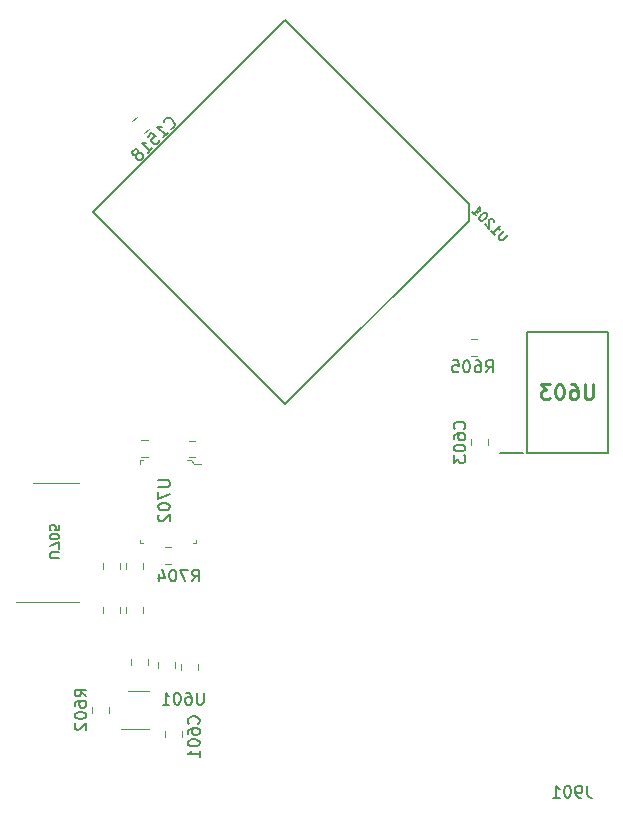
<source format=gbr>
%TF.GenerationSoftware,KiCad,Pcbnew,(5.1.6)-1*%
%TF.CreationDate,2020-12-21T13:22:22+01:00*%
%TF.ProjectId,PCB-Drone-With-FPGA,5043422d-4472-46f6-9e65-2d576974682d,rev?*%
%TF.SameCoordinates,Original*%
%TF.FileFunction,Legend,Bot*%
%TF.FilePolarity,Positive*%
%FSLAX46Y46*%
G04 Gerber Fmt 4.6, Leading zero omitted, Abs format (unit mm)*
G04 Created by KiCad (PCBNEW (5.1.6)-1) date 2020-12-21 13:22:22*
%MOMM*%
%LPD*%
G01*
G04 APERTURE LIST*
%ADD10C,0.200000*%
%ADD11C,0.120000*%
%ADD12C,0.100000*%
%ADD13C,0.254000*%
%ADD14C,0.150000*%
%ADD15C,0.160000*%
G04 APERTURE END LIST*
D10*
%TO.C,U603*%
X148200000Y-107395000D02*
X150125000Y-107395000D01*
X150475000Y-97100000D02*
X150475000Y-107400000D01*
X157275000Y-97100000D02*
X150475000Y-97100000D01*
X157275000Y-107400000D02*
X157275000Y-97100000D01*
X150475000Y-107400000D02*
X157275000Y-107400000D01*
D11*
%TO.C,C1518*%
X117048025Y-79307883D02*
X117413709Y-78942199D01*
X118052117Y-80311975D02*
X118417801Y-79946291D01*
%TO.C,R605*%
X146226252Y-99160000D02*
X145703748Y-99160000D01*
X146226252Y-97740000D02*
X145703748Y-97740000D01*
%TO.C,U601*%
X118490000Y-130740000D02*
X116040000Y-130740000D01*
X116690000Y-127520000D02*
X118490000Y-127520000D01*
%TO.C,R604*%
X122600000Y-125268748D02*
X122600000Y-125791252D01*
X121180000Y-125268748D02*
X121180000Y-125791252D01*
%TO.C,R603*%
X118340000Y-124848748D02*
X118340000Y-125371252D01*
X116920000Y-124848748D02*
X116920000Y-125371252D01*
%TO.C,R602*%
X115060000Y-128868748D02*
X115060000Y-129391252D01*
X113640000Y-128868748D02*
X113640000Y-129391252D01*
%TO.C,R601*%
X120650000Y-125043748D02*
X120650000Y-125566252D01*
X119230000Y-125043748D02*
X119230000Y-125566252D01*
%TO.C,C603*%
X145730000Y-106203748D02*
X145730000Y-106726252D01*
X147150000Y-106203748D02*
X147150000Y-106726252D01*
%TO.C,C601*%
X121240000Y-130913748D02*
X121240000Y-131436252D01*
X119820000Y-130913748D02*
X119820000Y-131436252D01*
%TO.C,R704*%
X120301252Y-115340000D02*
X119778748Y-115340000D01*
X120301252Y-116760000D02*
X119778748Y-116760000D01*
%TO.C,C718*%
X116015000Y-117216252D02*
X116015000Y-116693748D01*
X114595000Y-117216252D02*
X114595000Y-116693748D01*
%TO.C,C717*%
X117915000Y-117216252D02*
X117915000Y-116693748D01*
X116495000Y-117216252D02*
X116495000Y-116693748D01*
%TO.C,C715*%
X114595000Y-120418748D02*
X114595000Y-120941252D01*
X116015000Y-120418748D02*
X116015000Y-120941252D01*
%TO.C,C714*%
X116495000Y-120418748D02*
X116495000Y-120941252D01*
X117915000Y-120418748D02*
X117915000Y-120941252D01*
%TO.C,C707*%
X118336253Y-106300000D02*
X117813749Y-106300000D01*
X118336253Y-107720000D02*
X117813749Y-107720000D01*
%TO.C,C706*%
X121808748Y-107760000D02*
X122331252Y-107760000D01*
X121808748Y-106340000D02*
X122331252Y-106340000D01*
D12*
%TO.C,U702*%
X117670000Y-115010000D02*
X117970000Y-115010000D01*
X117670000Y-114710000D02*
X117670000Y-115010000D01*
X117670000Y-108010000D02*
X117970000Y-108010000D01*
X117670000Y-108310000D02*
X117670000Y-108010000D01*
X122470000Y-115010000D02*
X122170000Y-115010000D01*
X122470000Y-115010000D02*
X122470000Y-114710000D01*
X122270000Y-108310000D02*
X122870000Y-108310000D01*
X121970000Y-108010000D02*
X122270000Y-108310000D01*
X121670000Y-108010000D02*
X121970000Y-108010000D01*
D11*
%TO.C,U705*%
X110605000Y-109920000D02*
X112555000Y-109920000D01*
X110605000Y-109920000D02*
X108655000Y-109920000D01*
X110605000Y-120040000D02*
X112555000Y-120040000D01*
X110605000Y-120040000D02*
X107155000Y-120040000D01*
D10*
%TO.C,U1201*%
X145556349Y-86292893D02*
X130000000Y-70736544D01*
X130000000Y-70736544D02*
X113736544Y-87000000D01*
X113736544Y-87000000D02*
X130000000Y-103263456D01*
X130000000Y-103263456D02*
X145556349Y-87707107D01*
X145556349Y-87707107D02*
X145556349Y-86292893D01*
X146363456Y-87000000D02*
G75*
G03*
X146363456Y-87000000I-100000J0D01*
G01*
%TO.C,U603*%
D13*
X156052142Y-101554523D02*
X156052142Y-102582619D01*
X155991666Y-102703571D01*
X155931190Y-102764047D01*
X155810238Y-102824523D01*
X155568333Y-102824523D01*
X155447380Y-102764047D01*
X155386904Y-102703571D01*
X155326428Y-102582619D01*
X155326428Y-101554523D01*
X154177380Y-101554523D02*
X154419285Y-101554523D01*
X154540238Y-101615000D01*
X154600714Y-101675476D01*
X154721666Y-101856904D01*
X154782142Y-102098809D01*
X154782142Y-102582619D01*
X154721666Y-102703571D01*
X154661190Y-102764047D01*
X154540238Y-102824523D01*
X154298333Y-102824523D01*
X154177380Y-102764047D01*
X154116904Y-102703571D01*
X154056428Y-102582619D01*
X154056428Y-102280238D01*
X154116904Y-102159285D01*
X154177380Y-102098809D01*
X154298333Y-102038333D01*
X154540238Y-102038333D01*
X154661190Y-102098809D01*
X154721666Y-102159285D01*
X154782142Y-102280238D01*
X153270238Y-101554523D02*
X153149285Y-101554523D01*
X153028333Y-101615000D01*
X152967857Y-101675476D01*
X152907380Y-101796428D01*
X152846904Y-102038333D01*
X152846904Y-102340714D01*
X152907380Y-102582619D01*
X152967857Y-102703571D01*
X153028333Y-102764047D01*
X153149285Y-102824523D01*
X153270238Y-102824523D01*
X153391190Y-102764047D01*
X153451666Y-102703571D01*
X153512142Y-102582619D01*
X153572619Y-102340714D01*
X153572619Y-102038333D01*
X153512142Y-101796428D01*
X153451666Y-101675476D01*
X153391190Y-101615000D01*
X153270238Y-101554523D01*
X152423571Y-101554523D02*
X151637380Y-101554523D01*
X152060714Y-102038333D01*
X151879285Y-102038333D01*
X151758333Y-102098809D01*
X151697857Y-102159285D01*
X151637380Y-102280238D01*
X151637380Y-102582619D01*
X151697857Y-102703571D01*
X151758333Y-102764047D01*
X151879285Y-102824523D01*
X152242142Y-102824523D01*
X152363095Y-102764047D01*
X152423571Y-102703571D01*
%TO.C,J901*%
D14*
X155555714Y-135562380D02*
X155555714Y-136276666D01*
X155603333Y-136419523D01*
X155698571Y-136514761D01*
X155841428Y-136562380D01*
X155936666Y-136562380D01*
X155031904Y-136562380D02*
X154841428Y-136562380D01*
X154746190Y-136514761D01*
X154698571Y-136467142D01*
X154603333Y-136324285D01*
X154555714Y-136133809D01*
X154555714Y-135752857D01*
X154603333Y-135657619D01*
X154650952Y-135610000D01*
X154746190Y-135562380D01*
X154936666Y-135562380D01*
X155031904Y-135610000D01*
X155079523Y-135657619D01*
X155127142Y-135752857D01*
X155127142Y-135990952D01*
X155079523Y-136086190D01*
X155031904Y-136133809D01*
X154936666Y-136181428D01*
X154746190Y-136181428D01*
X154650952Y-136133809D01*
X154603333Y-136086190D01*
X154555714Y-135990952D01*
X153936666Y-135562380D02*
X153841428Y-135562380D01*
X153746190Y-135610000D01*
X153698571Y-135657619D01*
X153650952Y-135752857D01*
X153603333Y-135943333D01*
X153603333Y-136181428D01*
X153650952Y-136371904D01*
X153698571Y-136467142D01*
X153746190Y-136514761D01*
X153841428Y-136562380D01*
X153936666Y-136562380D01*
X154031904Y-136514761D01*
X154079523Y-136467142D01*
X154127142Y-136371904D01*
X154174761Y-136181428D01*
X154174761Y-135943333D01*
X154127142Y-135752857D01*
X154079523Y-135657619D01*
X154031904Y-135610000D01*
X153936666Y-135562380D01*
X152650952Y-136562380D02*
X153222380Y-136562380D01*
X152936666Y-136562380D02*
X152936666Y-135562380D01*
X153031904Y-135705238D01*
X153127142Y-135800476D01*
X153222380Y-135848095D01*
%TO.C,C1518*%
X120280180Y-79918347D02*
X120347524Y-79918347D01*
X120482211Y-79851003D01*
X120549554Y-79783660D01*
X120616898Y-79648973D01*
X120616898Y-79514286D01*
X120583226Y-79413271D01*
X120482211Y-79244912D01*
X120381196Y-79143897D01*
X120212837Y-79042881D01*
X120111822Y-79009210D01*
X119977135Y-79009210D01*
X119842448Y-79076553D01*
X119775104Y-79143897D01*
X119707761Y-79278584D01*
X119707761Y-79345927D01*
X119674089Y-80659125D02*
X120078150Y-80255064D01*
X119876119Y-80457095D02*
X119169013Y-79749988D01*
X119337371Y-79783660D01*
X119472058Y-79783660D01*
X119573074Y-79749988D01*
X118327219Y-80591782D02*
X118663936Y-80255064D01*
X119034326Y-80558110D01*
X118966982Y-80558110D01*
X118865967Y-80591782D01*
X118697608Y-80760141D01*
X118663936Y-80861156D01*
X118663936Y-80928500D01*
X118697608Y-81029515D01*
X118865967Y-81197874D01*
X118966982Y-81231545D01*
X119034326Y-81231545D01*
X119135341Y-81197874D01*
X119303700Y-81029515D01*
X119337371Y-80928500D01*
X119337371Y-80861156D01*
X118327219Y-82005996D02*
X118731280Y-81601935D01*
X118529249Y-81803965D02*
X117822142Y-81096858D01*
X117990501Y-81130530D01*
X118125188Y-81130530D01*
X118226203Y-81096858D01*
X117519097Y-82005996D02*
X117552768Y-81904980D01*
X117552768Y-81837637D01*
X117519097Y-81736622D01*
X117485425Y-81702950D01*
X117384410Y-81669278D01*
X117317066Y-81669278D01*
X117216051Y-81702950D01*
X117081364Y-81837637D01*
X117047692Y-81938652D01*
X117047692Y-82005996D01*
X117081364Y-82107011D01*
X117115036Y-82140683D01*
X117216051Y-82174354D01*
X117283394Y-82174354D01*
X117384410Y-82140683D01*
X117519097Y-82005996D01*
X117620112Y-81972324D01*
X117687455Y-81972324D01*
X117788471Y-82005996D01*
X117923158Y-82140683D01*
X117956829Y-82241698D01*
X117956829Y-82309041D01*
X117923158Y-82410057D01*
X117788471Y-82544744D01*
X117687455Y-82578415D01*
X117620112Y-82578415D01*
X117519097Y-82544744D01*
X117384410Y-82410057D01*
X117350738Y-82309041D01*
X117350738Y-82241698D01*
X117384410Y-82140683D01*
%TO.C,R605*%
X146969047Y-100552380D02*
X147302380Y-100076190D01*
X147540476Y-100552380D02*
X147540476Y-99552380D01*
X147159523Y-99552380D01*
X147064285Y-99600000D01*
X147016666Y-99647619D01*
X146969047Y-99742857D01*
X146969047Y-99885714D01*
X147016666Y-99980952D01*
X147064285Y-100028571D01*
X147159523Y-100076190D01*
X147540476Y-100076190D01*
X146111904Y-99552380D02*
X146302380Y-99552380D01*
X146397619Y-99600000D01*
X146445238Y-99647619D01*
X146540476Y-99790476D01*
X146588095Y-99980952D01*
X146588095Y-100361904D01*
X146540476Y-100457142D01*
X146492857Y-100504761D01*
X146397619Y-100552380D01*
X146207142Y-100552380D01*
X146111904Y-100504761D01*
X146064285Y-100457142D01*
X146016666Y-100361904D01*
X146016666Y-100123809D01*
X146064285Y-100028571D01*
X146111904Y-99980952D01*
X146207142Y-99933333D01*
X146397619Y-99933333D01*
X146492857Y-99980952D01*
X146540476Y-100028571D01*
X146588095Y-100123809D01*
X145397619Y-99552380D02*
X145302380Y-99552380D01*
X145207142Y-99600000D01*
X145159523Y-99647619D01*
X145111904Y-99742857D01*
X145064285Y-99933333D01*
X145064285Y-100171428D01*
X145111904Y-100361904D01*
X145159523Y-100457142D01*
X145207142Y-100504761D01*
X145302380Y-100552380D01*
X145397619Y-100552380D01*
X145492857Y-100504761D01*
X145540476Y-100457142D01*
X145588095Y-100361904D01*
X145635714Y-100171428D01*
X145635714Y-99933333D01*
X145588095Y-99742857D01*
X145540476Y-99647619D01*
X145492857Y-99600000D01*
X145397619Y-99552380D01*
X144159523Y-99552380D02*
X144635714Y-99552380D01*
X144683333Y-100028571D01*
X144635714Y-99980952D01*
X144540476Y-99933333D01*
X144302380Y-99933333D01*
X144207142Y-99980952D01*
X144159523Y-100028571D01*
X144111904Y-100123809D01*
X144111904Y-100361904D01*
X144159523Y-100457142D01*
X144207142Y-100504761D01*
X144302380Y-100552380D01*
X144540476Y-100552380D01*
X144635714Y-100504761D01*
X144683333Y-100457142D01*
%TO.C,U601*%
X123074285Y-127682380D02*
X123074285Y-128491904D01*
X123026666Y-128587142D01*
X122979047Y-128634761D01*
X122883809Y-128682380D01*
X122693333Y-128682380D01*
X122598095Y-128634761D01*
X122550476Y-128587142D01*
X122502857Y-128491904D01*
X122502857Y-127682380D01*
X121598095Y-127682380D02*
X121788571Y-127682380D01*
X121883809Y-127730000D01*
X121931428Y-127777619D01*
X122026666Y-127920476D01*
X122074285Y-128110952D01*
X122074285Y-128491904D01*
X122026666Y-128587142D01*
X121979047Y-128634761D01*
X121883809Y-128682380D01*
X121693333Y-128682380D01*
X121598095Y-128634761D01*
X121550476Y-128587142D01*
X121502857Y-128491904D01*
X121502857Y-128253809D01*
X121550476Y-128158571D01*
X121598095Y-128110952D01*
X121693333Y-128063333D01*
X121883809Y-128063333D01*
X121979047Y-128110952D01*
X122026666Y-128158571D01*
X122074285Y-128253809D01*
X120883809Y-127682380D02*
X120788571Y-127682380D01*
X120693333Y-127730000D01*
X120645714Y-127777619D01*
X120598095Y-127872857D01*
X120550476Y-128063333D01*
X120550476Y-128301428D01*
X120598095Y-128491904D01*
X120645714Y-128587142D01*
X120693333Y-128634761D01*
X120788571Y-128682380D01*
X120883809Y-128682380D01*
X120979047Y-128634761D01*
X121026666Y-128587142D01*
X121074285Y-128491904D01*
X121121904Y-128301428D01*
X121121904Y-128063333D01*
X121074285Y-127872857D01*
X121026666Y-127777619D01*
X120979047Y-127730000D01*
X120883809Y-127682380D01*
X119598095Y-128682380D02*
X120169523Y-128682380D01*
X119883809Y-128682380D02*
X119883809Y-127682380D01*
X119979047Y-127825238D01*
X120074285Y-127920476D01*
X120169523Y-127968095D01*
%TO.C,R602*%
X113152380Y-127980952D02*
X112676190Y-127647619D01*
X113152380Y-127409523D02*
X112152380Y-127409523D01*
X112152380Y-127790476D01*
X112200000Y-127885714D01*
X112247619Y-127933333D01*
X112342857Y-127980952D01*
X112485714Y-127980952D01*
X112580952Y-127933333D01*
X112628571Y-127885714D01*
X112676190Y-127790476D01*
X112676190Y-127409523D01*
X112152380Y-128838095D02*
X112152380Y-128647619D01*
X112200000Y-128552380D01*
X112247619Y-128504761D01*
X112390476Y-128409523D01*
X112580952Y-128361904D01*
X112961904Y-128361904D01*
X113057142Y-128409523D01*
X113104761Y-128457142D01*
X113152380Y-128552380D01*
X113152380Y-128742857D01*
X113104761Y-128838095D01*
X113057142Y-128885714D01*
X112961904Y-128933333D01*
X112723809Y-128933333D01*
X112628571Y-128885714D01*
X112580952Y-128838095D01*
X112533333Y-128742857D01*
X112533333Y-128552380D01*
X112580952Y-128457142D01*
X112628571Y-128409523D01*
X112723809Y-128361904D01*
X112152380Y-129552380D02*
X112152380Y-129647619D01*
X112200000Y-129742857D01*
X112247619Y-129790476D01*
X112342857Y-129838095D01*
X112533333Y-129885714D01*
X112771428Y-129885714D01*
X112961904Y-129838095D01*
X113057142Y-129790476D01*
X113104761Y-129742857D01*
X113152380Y-129647619D01*
X113152380Y-129552380D01*
X113104761Y-129457142D01*
X113057142Y-129409523D01*
X112961904Y-129361904D01*
X112771428Y-129314285D01*
X112533333Y-129314285D01*
X112342857Y-129361904D01*
X112247619Y-129409523D01*
X112200000Y-129457142D01*
X112152380Y-129552380D01*
X112247619Y-130266666D02*
X112200000Y-130314285D01*
X112152380Y-130409523D01*
X112152380Y-130647619D01*
X112200000Y-130742857D01*
X112247619Y-130790476D01*
X112342857Y-130838095D01*
X112438095Y-130838095D01*
X112580952Y-130790476D01*
X113152380Y-130219047D01*
X113152380Y-130838095D01*
%TO.C,C603*%
X145147142Y-105345952D02*
X145194761Y-105298333D01*
X145242380Y-105155476D01*
X145242380Y-105060238D01*
X145194761Y-104917380D01*
X145099523Y-104822142D01*
X145004285Y-104774523D01*
X144813809Y-104726904D01*
X144670952Y-104726904D01*
X144480476Y-104774523D01*
X144385238Y-104822142D01*
X144290000Y-104917380D01*
X144242380Y-105060238D01*
X144242380Y-105155476D01*
X144290000Y-105298333D01*
X144337619Y-105345952D01*
X144242380Y-106203095D02*
X144242380Y-106012619D01*
X144290000Y-105917380D01*
X144337619Y-105869761D01*
X144480476Y-105774523D01*
X144670952Y-105726904D01*
X145051904Y-105726904D01*
X145147142Y-105774523D01*
X145194761Y-105822142D01*
X145242380Y-105917380D01*
X145242380Y-106107857D01*
X145194761Y-106203095D01*
X145147142Y-106250714D01*
X145051904Y-106298333D01*
X144813809Y-106298333D01*
X144718571Y-106250714D01*
X144670952Y-106203095D01*
X144623333Y-106107857D01*
X144623333Y-105917380D01*
X144670952Y-105822142D01*
X144718571Y-105774523D01*
X144813809Y-105726904D01*
X144242380Y-106917380D02*
X144242380Y-107012619D01*
X144290000Y-107107857D01*
X144337619Y-107155476D01*
X144432857Y-107203095D01*
X144623333Y-107250714D01*
X144861428Y-107250714D01*
X145051904Y-107203095D01*
X145147142Y-107155476D01*
X145194761Y-107107857D01*
X145242380Y-107012619D01*
X145242380Y-106917380D01*
X145194761Y-106822142D01*
X145147142Y-106774523D01*
X145051904Y-106726904D01*
X144861428Y-106679285D01*
X144623333Y-106679285D01*
X144432857Y-106726904D01*
X144337619Y-106774523D01*
X144290000Y-106822142D01*
X144242380Y-106917380D01*
X144242380Y-107584047D02*
X144242380Y-108203095D01*
X144623333Y-107869761D01*
X144623333Y-108012619D01*
X144670952Y-108107857D01*
X144718571Y-108155476D01*
X144813809Y-108203095D01*
X145051904Y-108203095D01*
X145147142Y-108155476D01*
X145194761Y-108107857D01*
X145242380Y-108012619D01*
X145242380Y-107726904D01*
X145194761Y-107631666D01*
X145147142Y-107584047D01*
%TO.C,C601*%
X122637142Y-130305952D02*
X122684761Y-130258333D01*
X122732380Y-130115476D01*
X122732380Y-130020238D01*
X122684761Y-129877380D01*
X122589523Y-129782142D01*
X122494285Y-129734523D01*
X122303809Y-129686904D01*
X122160952Y-129686904D01*
X121970476Y-129734523D01*
X121875238Y-129782142D01*
X121780000Y-129877380D01*
X121732380Y-130020238D01*
X121732380Y-130115476D01*
X121780000Y-130258333D01*
X121827619Y-130305952D01*
X121732380Y-131163095D02*
X121732380Y-130972619D01*
X121780000Y-130877380D01*
X121827619Y-130829761D01*
X121970476Y-130734523D01*
X122160952Y-130686904D01*
X122541904Y-130686904D01*
X122637142Y-130734523D01*
X122684761Y-130782142D01*
X122732380Y-130877380D01*
X122732380Y-131067857D01*
X122684761Y-131163095D01*
X122637142Y-131210714D01*
X122541904Y-131258333D01*
X122303809Y-131258333D01*
X122208571Y-131210714D01*
X122160952Y-131163095D01*
X122113333Y-131067857D01*
X122113333Y-130877380D01*
X122160952Y-130782142D01*
X122208571Y-130734523D01*
X122303809Y-130686904D01*
X121732380Y-131877380D02*
X121732380Y-131972619D01*
X121780000Y-132067857D01*
X121827619Y-132115476D01*
X121922857Y-132163095D01*
X122113333Y-132210714D01*
X122351428Y-132210714D01*
X122541904Y-132163095D01*
X122637142Y-132115476D01*
X122684761Y-132067857D01*
X122732380Y-131972619D01*
X122732380Y-131877380D01*
X122684761Y-131782142D01*
X122637142Y-131734523D01*
X122541904Y-131686904D01*
X122351428Y-131639285D01*
X122113333Y-131639285D01*
X121922857Y-131686904D01*
X121827619Y-131734523D01*
X121780000Y-131782142D01*
X121732380Y-131877380D01*
X122732380Y-133163095D02*
X122732380Y-132591666D01*
X122732380Y-132877380D02*
X121732380Y-132877380D01*
X121875238Y-132782142D01*
X121970476Y-132686904D01*
X122018095Y-132591666D01*
%TO.C,R704*%
X122089047Y-118262380D02*
X122422380Y-117786190D01*
X122660476Y-118262380D02*
X122660476Y-117262380D01*
X122279523Y-117262380D01*
X122184285Y-117310000D01*
X122136666Y-117357619D01*
X122089047Y-117452857D01*
X122089047Y-117595714D01*
X122136666Y-117690952D01*
X122184285Y-117738571D01*
X122279523Y-117786190D01*
X122660476Y-117786190D01*
X121755714Y-117262380D02*
X121089047Y-117262380D01*
X121517619Y-118262380D01*
X120517619Y-117262380D02*
X120422380Y-117262380D01*
X120327142Y-117310000D01*
X120279523Y-117357619D01*
X120231904Y-117452857D01*
X120184285Y-117643333D01*
X120184285Y-117881428D01*
X120231904Y-118071904D01*
X120279523Y-118167142D01*
X120327142Y-118214761D01*
X120422380Y-118262380D01*
X120517619Y-118262380D01*
X120612857Y-118214761D01*
X120660476Y-118167142D01*
X120708095Y-118071904D01*
X120755714Y-117881428D01*
X120755714Y-117643333D01*
X120708095Y-117452857D01*
X120660476Y-117357619D01*
X120612857Y-117310000D01*
X120517619Y-117262380D01*
X119327142Y-117595714D02*
X119327142Y-118262380D01*
X119565238Y-117214761D02*
X119803333Y-117929047D01*
X119184285Y-117929047D01*
%TO.C,U702*%
X119222380Y-109695714D02*
X120031904Y-109695714D01*
X120127142Y-109743333D01*
X120174761Y-109790952D01*
X120222380Y-109886190D01*
X120222380Y-110076666D01*
X120174761Y-110171904D01*
X120127142Y-110219523D01*
X120031904Y-110267142D01*
X119222380Y-110267142D01*
X119222380Y-110648095D02*
X119222380Y-111314761D01*
X120222380Y-110886190D01*
X119222380Y-111886190D02*
X119222380Y-111981428D01*
X119270000Y-112076666D01*
X119317619Y-112124285D01*
X119412857Y-112171904D01*
X119603333Y-112219523D01*
X119841428Y-112219523D01*
X120031904Y-112171904D01*
X120127142Y-112124285D01*
X120174761Y-112076666D01*
X120222380Y-111981428D01*
X120222380Y-111886190D01*
X120174761Y-111790952D01*
X120127142Y-111743333D01*
X120031904Y-111695714D01*
X119841428Y-111648095D01*
X119603333Y-111648095D01*
X119412857Y-111695714D01*
X119317619Y-111743333D01*
X119270000Y-111790952D01*
X119222380Y-111886190D01*
X119317619Y-112600476D02*
X119270000Y-112648095D01*
X119222380Y-112743333D01*
X119222380Y-112981428D01*
X119270000Y-113076666D01*
X119317619Y-113124285D01*
X119412857Y-113171904D01*
X119508095Y-113171904D01*
X119650952Y-113124285D01*
X120222380Y-112552857D01*
X120222380Y-113171904D01*
%TO.C,U705*%
D15*
X110843095Y-116251428D02*
X110195476Y-116251428D01*
X110119285Y-116213333D01*
X110081190Y-116175238D01*
X110043095Y-116099047D01*
X110043095Y-115946666D01*
X110081190Y-115870476D01*
X110119285Y-115832380D01*
X110195476Y-115794285D01*
X110843095Y-115794285D01*
X110843095Y-115489523D02*
X110843095Y-114956190D01*
X110043095Y-115299047D01*
X110843095Y-114499047D02*
X110843095Y-114422857D01*
X110805000Y-114346666D01*
X110766904Y-114308571D01*
X110690714Y-114270476D01*
X110538333Y-114232380D01*
X110347857Y-114232380D01*
X110195476Y-114270476D01*
X110119285Y-114308571D01*
X110081190Y-114346666D01*
X110043095Y-114422857D01*
X110043095Y-114499047D01*
X110081190Y-114575238D01*
X110119285Y-114613333D01*
X110195476Y-114651428D01*
X110347857Y-114689523D01*
X110538333Y-114689523D01*
X110690714Y-114651428D01*
X110766904Y-114613333D01*
X110805000Y-114575238D01*
X110843095Y-114499047D01*
X110843095Y-113508571D02*
X110843095Y-113889523D01*
X110462142Y-113927619D01*
X110500238Y-113889523D01*
X110538333Y-113813333D01*
X110538333Y-113622857D01*
X110500238Y-113546666D01*
X110462142Y-113508571D01*
X110385952Y-113470476D01*
X110195476Y-113470476D01*
X110119285Y-113508571D01*
X110081190Y-113546666D01*
X110043095Y-113622857D01*
X110043095Y-113813333D01*
X110081190Y-113889523D01*
X110119285Y-113927619D01*
%TO.C,U1201*%
X148858874Y-88891005D02*
X148400938Y-89348941D01*
X148320126Y-89375878D01*
X148266251Y-89375878D01*
X148185439Y-89348941D01*
X148077689Y-89241191D01*
X148050752Y-89160379D01*
X148050752Y-89106504D01*
X148077689Y-89025692D01*
X148535625Y-88567756D01*
X147404254Y-88567756D02*
X147727503Y-88891005D01*
X147565879Y-88729380D02*
X148131564Y-88163695D01*
X148104627Y-88298382D01*
X148104627Y-88406132D01*
X148131564Y-88486944D01*
X147700566Y-87840446D02*
X147700566Y-87786571D01*
X147673628Y-87705759D01*
X147538941Y-87571072D01*
X147458129Y-87544135D01*
X147404254Y-87544135D01*
X147323442Y-87571072D01*
X147269567Y-87624947D01*
X147215693Y-87732697D01*
X147215693Y-88379194D01*
X146865506Y-88029008D01*
X147081006Y-87113136D02*
X147027131Y-87059262D01*
X146946319Y-87032324D01*
X146892444Y-87032324D01*
X146811632Y-87059262D01*
X146676945Y-87140074D01*
X146542258Y-87274761D01*
X146461445Y-87409448D01*
X146434508Y-87490260D01*
X146434508Y-87544135D01*
X146461445Y-87624947D01*
X146515320Y-87678822D01*
X146596132Y-87705759D01*
X146650007Y-87705759D01*
X146730819Y-87678822D01*
X146865506Y-87598010D01*
X147000193Y-87463323D01*
X147081006Y-87328636D01*
X147107943Y-87247823D01*
X147107943Y-87193949D01*
X147081006Y-87113136D01*
X145788010Y-86951512D02*
X146111259Y-87274761D01*
X145949635Y-87113136D02*
X146515320Y-86547451D01*
X146488383Y-86682138D01*
X146488383Y-86789888D01*
X146515320Y-86870700D01*
%TD*%
M02*

</source>
